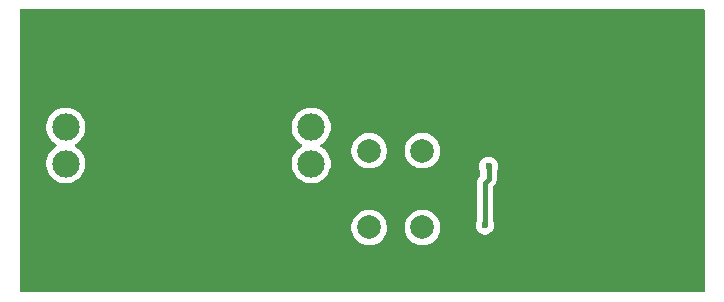
<source format=gbr>
%TF.GenerationSoftware,KiCad,Pcbnew,9.0.7*%
%TF.CreationDate,2026-01-25T21:44:06-05:00*%
%TF.ProjectId,advanced_soldering_practice,61647661-6e63-4656-945f-736f6c646572,rev?*%
%TF.SameCoordinates,Original*%
%TF.FileFunction,Copper,L2,Bot*%
%TF.FilePolarity,Positive*%
%FSLAX46Y46*%
G04 Gerber Fmt 4.6, Leading zero omitted, Abs format (unit mm)*
G04 Created by KiCad (PCBNEW 9.0.7) date 2026-01-25 21:44:06*
%MOMM*%
%LPD*%
G01*
G04 APERTURE LIST*
%TA.AperFunction,ComponentPad*%
%ADD10C,2.311400*%
%TD*%
%TA.AperFunction,ComponentPad*%
%ADD11C,2.000000*%
%TD*%
%TA.AperFunction,ViaPad*%
%ADD12C,0.600000*%
%TD*%
%TA.AperFunction,Conductor*%
%ADD13C,0.400000*%
%TD*%
G04 APERTURE END LIST*
D10*
%TO.P,BT1,1,+*%
%TO.N,VCC*%
X72400001Y-84500001D03*
X72400001Y-87600000D03*
X93200000Y-84500001D03*
X93200000Y-87600000D03*
%TD*%
D11*
%TO.P,SW1,1,A*%
%TO.N,VCC*%
X98100000Y-93000000D03*
X98100000Y-86500000D03*
%TO.P,SW1,2,B*%
%TO.N,Net-(D1-A)*%
X102600000Y-93000000D03*
X102600000Y-86500000D03*
%TD*%
D12*
%TO.N,GND*%
X107800000Y-85250000D03*
X105400000Y-85150000D03*
X104950000Y-91300000D03*
X118500000Y-88700000D03*
X123054983Y-77636913D03*
X100500000Y-83800000D03*
X120300000Y-91800000D03*
X116100000Y-77200000D03*
X90800000Y-93000000D03*
X109900000Y-91100000D03*
X105500000Y-96700000D03*
X97600000Y-96500000D03*
X97522765Y-82870225D03*
X70000000Y-96500000D03*
X108700000Y-93900000D03*
X70100000Y-87200000D03*
X70100000Y-76300000D03*
X114500000Y-90700000D03*
X90000000Y-77800000D03*
X114200000Y-83100000D03*
X73800000Y-91900000D03*
%TO.N,Net-(D2-A)*%
X108200000Y-87800000D03*
X107900000Y-92800000D03*
%TD*%
D13*
%TO.N,Net-(D2-A)*%
X108200000Y-88900000D02*
X108200000Y-87800000D01*
X107900000Y-92800000D02*
X107900000Y-89200000D01*
X107900000Y-89200000D02*
X108200000Y-88900000D01*
%TD*%
%TA.AperFunction,Conductor*%
%TO.N,GND*%
G36*
X126442539Y-74520185D02*
G01*
X126488294Y-74572989D01*
X126499500Y-74624500D01*
X126499500Y-98375500D01*
X126479815Y-98442539D01*
X126427011Y-98488294D01*
X126375500Y-98499500D01*
X68624500Y-98499500D01*
X68557461Y-98479815D01*
X68511706Y-98427011D01*
X68500500Y-98375500D01*
X68500500Y-92881902D01*
X96599500Y-92881902D01*
X96599500Y-93118097D01*
X96636446Y-93351368D01*
X96709433Y-93575996D01*
X96721919Y-93600500D01*
X96816657Y-93786433D01*
X96955483Y-93977510D01*
X97122490Y-94144517D01*
X97313567Y-94283343D01*
X97412991Y-94334002D01*
X97524003Y-94390566D01*
X97524005Y-94390566D01*
X97524008Y-94390568D01*
X97644412Y-94429689D01*
X97748631Y-94463553D01*
X97981903Y-94500500D01*
X97981908Y-94500500D01*
X98218097Y-94500500D01*
X98451368Y-94463553D01*
X98675992Y-94390568D01*
X98886433Y-94283343D01*
X99077510Y-94144517D01*
X99244517Y-93977510D01*
X99383343Y-93786433D01*
X99490568Y-93575992D01*
X99563553Y-93351368D01*
X99570059Y-93310289D01*
X99600500Y-93118097D01*
X99600500Y-92881902D01*
X101099500Y-92881902D01*
X101099500Y-93118097D01*
X101136446Y-93351368D01*
X101209433Y-93575996D01*
X101221919Y-93600500D01*
X101316657Y-93786433D01*
X101455483Y-93977510D01*
X101622490Y-94144517D01*
X101813567Y-94283343D01*
X101912991Y-94334002D01*
X102024003Y-94390566D01*
X102024005Y-94390566D01*
X102024008Y-94390568D01*
X102144412Y-94429689D01*
X102248631Y-94463553D01*
X102481903Y-94500500D01*
X102481908Y-94500500D01*
X102718097Y-94500500D01*
X102951368Y-94463553D01*
X103175992Y-94390568D01*
X103386433Y-94283343D01*
X103577510Y-94144517D01*
X103744517Y-93977510D01*
X103883343Y-93786433D01*
X103990568Y-93575992D01*
X104063553Y-93351368D01*
X104070059Y-93310289D01*
X104100500Y-93118097D01*
X104100500Y-92881902D01*
X104077148Y-92734464D01*
X104075040Y-92721153D01*
X107099500Y-92721153D01*
X107099500Y-92878846D01*
X107130261Y-93033489D01*
X107130264Y-93033501D01*
X107190602Y-93179172D01*
X107190609Y-93179185D01*
X107278210Y-93310288D01*
X107278213Y-93310292D01*
X107389707Y-93421786D01*
X107389711Y-93421789D01*
X107520814Y-93509390D01*
X107520827Y-93509397D01*
X107666498Y-93569735D01*
X107666503Y-93569737D01*
X107821153Y-93600499D01*
X107821156Y-93600500D01*
X107821158Y-93600500D01*
X107978844Y-93600500D01*
X107978845Y-93600499D01*
X108133497Y-93569737D01*
X108279179Y-93509394D01*
X108410289Y-93421789D01*
X108521789Y-93310289D01*
X108609394Y-93179179D01*
X108669737Y-93033497D01*
X108700500Y-92878842D01*
X108700500Y-92721158D01*
X108700500Y-92721155D01*
X108700499Y-92721153D01*
X108669737Y-92566503D01*
X108609939Y-92422136D01*
X108600500Y-92374684D01*
X108600500Y-89541519D01*
X108620185Y-89474480D01*
X108636814Y-89453842D01*
X108744114Y-89346543D01*
X108820775Y-89231811D01*
X108873580Y-89104328D01*
X108891049Y-89016508D01*
X108900500Y-88968996D01*
X108900500Y-88225316D01*
X108909939Y-88177864D01*
X108969735Y-88033501D01*
X108969737Y-88033497D01*
X109000500Y-87878842D01*
X109000500Y-87721158D01*
X109000500Y-87721155D01*
X109000499Y-87721153D01*
X108969738Y-87566510D01*
X108969737Y-87566503D01*
X108932876Y-87477511D01*
X108909397Y-87420827D01*
X108909390Y-87420814D01*
X108821789Y-87289711D01*
X108821786Y-87289707D01*
X108710292Y-87178213D01*
X108710288Y-87178210D01*
X108579185Y-87090609D01*
X108579172Y-87090602D01*
X108433501Y-87030264D01*
X108433489Y-87030261D01*
X108278845Y-86999500D01*
X108278842Y-86999500D01*
X108121158Y-86999500D01*
X108121155Y-86999500D01*
X107966510Y-87030261D01*
X107966498Y-87030264D01*
X107820827Y-87090602D01*
X107820814Y-87090609D01*
X107689711Y-87178210D01*
X107689707Y-87178213D01*
X107578213Y-87289707D01*
X107578210Y-87289711D01*
X107490609Y-87420814D01*
X107490602Y-87420827D01*
X107430264Y-87566498D01*
X107430261Y-87566510D01*
X107399500Y-87721153D01*
X107399500Y-87878846D01*
X107430261Y-88033489D01*
X107430264Y-88033501D01*
X107490061Y-88177864D01*
X107499500Y-88225316D01*
X107499500Y-88558480D01*
X107479815Y-88625519D01*
X107463181Y-88646161D01*
X107355890Y-88753451D01*
X107355887Y-88753454D01*
X107304070Y-88831006D01*
X107304069Y-88831007D01*
X107279229Y-88868180D01*
X107279221Y-88868195D01*
X107226421Y-88995667D01*
X107226418Y-88995677D01*
X107199500Y-89131004D01*
X107199500Y-92374684D01*
X107190061Y-92422136D01*
X107130264Y-92566498D01*
X107130261Y-92566510D01*
X107099500Y-92721153D01*
X104075040Y-92721153D01*
X104063553Y-92648631D01*
X103990566Y-92424003D01*
X103883342Y-92213566D01*
X103744517Y-92022490D01*
X103577510Y-91855483D01*
X103386433Y-91716657D01*
X103175996Y-91609433D01*
X102951368Y-91536446D01*
X102718097Y-91499500D01*
X102718092Y-91499500D01*
X102481908Y-91499500D01*
X102481903Y-91499500D01*
X102248631Y-91536446D01*
X102024003Y-91609433D01*
X101813566Y-91716657D01*
X101704550Y-91795862D01*
X101622490Y-91855483D01*
X101622488Y-91855485D01*
X101622487Y-91855485D01*
X101455485Y-92022487D01*
X101455485Y-92022488D01*
X101455483Y-92022490D01*
X101395862Y-92104550D01*
X101316657Y-92213566D01*
X101209433Y-92424003D01*
X101136446Y-92648631D01*
X101099500Y-92881902D01*
X99600500Y-92881902D01*
X99563553Y-92648631D01*
X99490566Y-92424003D01*
X99383342Y-92213566D01*
X99244517Y-92022490D01*
X99077510Y-91855483D01*
X98886433Y-91716657D01*
X98675996Y-91609433D01*
X98451368Y-91536446D01*
X98218097Y-91499500D01*
X98218092Y-91499500D01*
X97981908Y-91499500D01*
X97981903Y-91499500D01*
X97748631Y-91536446D01*
X97524003Y-91609433D01*
X97313566Y-91716657D01*
X97204550Y-91795862D01*
X97122490Y-91855483D01*
X97122488Y-91855485D01*
X97122487Y-91855485D01*
X96955485Y-92022487D01*
X96955485Y-92022488D01*
X96955483Y-92022490D01*
X96895862Y-92104550D01*
X96816657Y-92213566D01*
X96709433Y-92424003D01*
X96636446Y-92648631D01*
X96599500Y-92881902D01*
X68500500Y-92881902D01*
X68500500Y-84369649D01*
X70743801Y-84369649D01*
X70743801Y-84630352D01*
X70784581Y-84887823D01*
X70784582Y-84887829D01*
X70865141Y-85135761D01*
X70983492Y-85368039D01*
X71136723Y-85578943D01*
X71321059Y-85763279D01*
X71479237Y-85878202D01*
X71531964Y-85916511D01*
X71577113Y-85939515D01*
X71627909Y-85987489D01*
X71644705Y-86055310D01*
X71622168Y-86121445D01*
X71577115Y-86160484D01*
X71531965Y-86183489D01*
X71426511Y-86260106D01*
X71321059Y-86336722D01*
X71321057Y-86336724D01*
X71321056Y-86336724D01*
X71136725Y-86521055D01*
X71136725Y-86521056D01*
X71136723Y-86521058D01*
X71070915Y-86611633D01*
X70983492Y-86731961D01*
X70865143Y-86964235D01*
X70865142Y-86964237D01*
X70865141Y-86964240D01*
X70784582Y-87212172D01*
X70784581Y-87212175D01*
X70784581Y-87212177D01*
X70743801Y-87469648D01*
X70743801Y-87730351D01*
X70780737Y-87963553D01*
X70784582Y-87987828D01*
X70865141Y-88235760D01*
X70983492Y-88468038D01*
X71136723Y-88678942D01*
X71321059Y-88863278D01*
X71531963Y-89016509D01*
X71764241Y-89134860D01*
X72012173Y-89215419D01*
X72140914Y-89235809D01*
X72269650Y-89256200D01*
X72269655Y-89256200D01*
X72530352Y-89256200D01*
X72647384Y-89237663D01*
X72787829Y-89215419D01*
X73035761Y-89134860D01*
X73268039Y-89016509D01*
X73478943Y-88863278D01*
X73663279Y-88678942D01*
X73816510Y-88468038D01*
X73934861Y-88235760D01*
X74015420Y-87987828D01*
X74037664Y-87847383D01*
X74056201Y-87730351D01*
X74056201Y-87469648D01*
X74027700Y-87289707D01*
X74015420Y-87212172D01*
X73934861Y-86964240D01*
X73816510Y-86731962D01*
X73663279Y-86521058D01*
X73478943Y-86336722D01*
X73268039Y-86183491D01*
X73222887Y-86160485D01*
X73172091Y-86112510D01*
X73155296Y-86044689D01*
X73177833Y-85978554D01*
X73222886Y-85939516D01*
X73268039Y-85916510D01*
X73478943Y-85763279D01*
X73663279Y-85578943D01*
X73816510Y-85368039D01*
X73934861Y-85135761D01*
X74015420Y-84887829D01*
X74037664Y-84747384D01*
X74056201Y-84630352D01*
X74056201Y-84369649D01*
X91543800Y-84369649D01*
X91543800Y-84630352D01*
X91584580Y-84887823D01*
X91584581Y-84887829D01*
X91665140Y-85135761D01*
X91783491Y-85368039D01*
X91936722Y-85578943D01*
X92121058Y-85763279D01*
X92279236Y-85878202D01*
X92331963Y-85916511D01*
X92377112Y-85939515D01*
X92427908Y-85987489D01*
X92444704Y-86055310D01*
X92422167Y-86121445D01*
X92377114Y-86160484D01*
X92331964Y-86183489D01*
X92226510Y-86260106D01*
X92121058Y-86336722D01*
X92121056Y-86336724D01*
X92121055Y-86336724D01*
X91936724Y-86521055D01*
X91936724Y-86521056D01*
X91936722Y-86521058D01*
X91870914Y-86611633D01*
X91783491Y-86731961D01*
X91665142Y-86964235D01*
X91665141Y-86964237D01*
X91665140Y-86964240D01*
X91584581Y-87212172D01*
X91584580Y-87212175D01*
X91584580Y-87212177D01*
X91543800Y-87469648D01*
X91543800Y-87730351D01*
X91580736Y-87963553D01*
X91584581Y-87987828D01*
X91665140Y-88235760D01*
X91783491Y-88468038D01*
X91936722Y-88678942D01*
X92121058Y-88863278D01*
X92331962Y-89016509D01*
X92564240Y-89134860D01*
X92812172Y-89215419D01*
X92940913Y-89235809D01*
X93069649Y-89256200D01*
X93069654Y-89256200D01*
X93330351Y-89256200D01*
X93447383Y-89237663D01*
X93587828Y-89215419D01*
X93835760Y-89134860D01*
X94068038Y-89016509D01*
X94278942Y-88863278D01*
X94463278Y-88678942D01*
X94616509Y-88468038D01*
X94734860Y-88235760D01*
X94815419Y-87987828D01*
X94837663Y-87847383D01*
X94856200Y-87730351D01*
X94856200Y-87469648D01*
X94827699Y-87289707D01*
X94815419Y-87212172D01*
X94734860Y-86964240D01*
X94616509Y-86731962D01*
X94463278Y-86521058D01*
X94324122Y-86381902D01*
X96599500Y-86381902D01*
X96599500Y-86618097D01*
X96636446Y-86851368D01*
X96709433Y-87075996D01*
X96816657Y-87286433D01*
X96955483Y-87477510D01*
X97122490Y-87644517D01*
X97313567Y-87783343D01*
X97412991Y-87834002D01*
X97524003Y-87890566D01*
X97524005Y-87890566D01*
X97524008Y-87890568D01*
X97644412Y-87929689D01*
X97748631Y-87963553D01*
X97981903Y-88000500D01*
X97981908Y-88000500D01*
X98218097Y-88000500D01*
X98451368Y-87963553D01*
X98675992Y-87890568D01*
X98886433Y-87783343D01*
X99077510Y-87644517D01*
X99244517Y-87477510D01*
X99383343Y-87286433D01*
X99490568Y-87075992D01*
X99563553Y-86851368D01*
X99582465Y-86731961D01*
X99600500Y-86618097D01*
X99600500Y-86381902D01*
X101099500Y-86381902D01*
X101099500Y-86618097D01*
X101136446Y-86851368D01*
X101209433Y-87075996D01*
X101316657Y-87286433D01*
X101455483Y-87477510D01*
X101622490Y-87644517D01*
X101813567Y-87783343D01*
X101912991Y-87834002D01*
X102024003Y-87890566D01*
X102024005Y-87890566D01*
X102024008Y-87890568D01*
X102144412Y-87929689D01*
X102248631Y-87963553D01*
X102481903Y-88000500D01*
X102481908Y-88000500D01*
X102718097Y-88000500D01*
X102951368Y-87963553D01*
X103175992Y-87890568D01*
X103386433Y-87783343D01*
X103577510Y-87644517D01*
X103744517Y-87477510D01*
X103883343Y-87286433D01*
X103990568Y-87075992D01*
X104063553Y-86851368D01*
X104082465Y-86731961D01*
X104100500Y-86618097D01*
X104100500Y-86381902D01*
X104063553Y-86148631D01*
X104008291Y-85978554D01*
X103990568Y-85924008D01*
X103990566Y-85924005D01*
X103990566Y-85924003D01*
X103934002Y-85812991D01*
X103883343Y-85713567D01*
X103744517Y-85522490D01*
X103577510Y-85355483D01*
X103386433Y-85216657D01*
X103175996Y-85109433D01*
X102951368Y-85036446D01*
X102718097Y-84999500D01*
X102718092Y-84999500D01*
X102481908Y-84999500D01*
X102481903Y-84999500D01*
X102248631Y-85036446D01*
X102024003Y-85109433D01*
X101813566Y-85216657D01*
X101704550Y-85295862D01*
X101622490Y-85355483D01*
X101622488Y-85355485D01*
X101622487Y-85355485D01*
X101455485Y-85522487D01*
X101455485Y-85522488D01*
X101455483Y-85522490D01*
X101414467Y-85578944D01*
X101316657Y-85713566D01*
X101209433Y-85924003D01*
X101136446Y-86148631D01*
X101099500Y-86381902D01*
X99600500Y-86381902D01*
X99563553Y-86148631D01*
X99508291Y-85978554D01*
X99490568Y-85924008D01*
X99490566Y-85924005D01*
X99490566Y-85924003D01*
X99434002Y-85812991D01*
X99383343Y-85713567D01*
X99244517Y-85522490D01*
X99077510Y-85355483D01*
X98886433Y-85216657D01*
X98675996Y-85109433D01*
X98451368Y-85036446D01*
X98218097Y-84999500D01*
X98218092Y-84999500D01*
X97981908Y-84999500D01*
X97981903Y-84999500D01*
X97748631Y-85036446D01*
X97524003Y-85109433D01*
X97313566Y-85216657D01*
X97204550Y-85295862D01*
X97122490Y-85355483D01*
X97122488Y-85355485D01*
X97122487Y-85355485D01*
X96955485Y-85522487D01*
X96955485Y-85522488D01*
X96955483Y-85522490D01*
X96914467Y-85578944D01*
X96816657Y-85713566D01*
X96709433Y-85924003D01*
X96636446Y-86148631D01*
X96599500Y-86381902D01*
X94324122Y-86381902D01*
X94278942Y-86336722D01*
X94068038Y-86183491D01*
X94022886Y-86160485D01*
X93972090Y-86112510D01*
X93955295Y-86044689D01*
X93977832Y-85978554D01*
X94022885Y-85939516D01*
X94068038Y-85916510D01*
X94278942Y-85763279D01*
X94463278Y-85578943D01*
X94616509Y-85368039D01*
X94734860Y-85135761D01*
X94815419Y-84887829D01*
X94837663Y-84747384D01*
X94856200Y-84630352D01*
X94856200Y-84369649D01*
X94833955Y-84229210D01*
X94815419Y-84112173D01*
X94734860Y-83864241D01*
X94616509Y-83631963D01*
X94463278Y-83421059D01*
X94278942Y-83236723D01*
X94068038Y-83083492D01*
X93835760Y-82965141D01*
X93587828Y-82884582D01*
X93587822Y-82884581D01*
X93330351Y-82843801D01*
X93330346Y-82843801D01*
X93069654Y-82843801D01*
X93069649Y-82843801D01*
X92812177Y-82884581D01*
X92812175Y-82884581D01*
X92812172Y-82884582D01*
X92564240Y-82965141D01*
X92564237Y-82965142D01*
X92564235Y-82965143D01*
X92331961Y-83083492D01*
X92211633Y-83170915D01*
X92121058Y-83236723D01*
X92121056Y-83236725D01*
X92121055Y-83236725D01*
X91936724Y-83421056D01*
X91936724Y-83421057D01*
X91936722Y-83421059D01*
X91870914Y-83511634D01*
X91783491Y-83631962D01*
X91665142Y-83864236D01*
X91665141Y-83864238D01*
X91665140Y-83864241D01*
X91584581Y-84112173D01*
X91584580Y-84112176D01*
X91584580Y-84112178D01*
X91543800Y-84369649D01*
X74056201Y-84369649D01*
X74033956Y-84229210D01*
X74015420Y-84112173D01*
X73934861Y-83864241D01*
X73816510Y-83631963D01*
X73663279Y-83421059D01*
X73478943Y-83236723D01*
X73268039Y-83083492D01*
X73035761Y-82965141D01*
X72787829Y-82884582D01*
X72787823Y-82884581D01*
X72530352Y-82843801D01*
X72530347Y-82843801D01*
X72269655Y-82843801D01*
X72269650Y-82843801D01*
X72012178Y-82884581D01*
X72012176Y-82884581D01*
X72012173Y-82884582D01*
X71764241Y-82965141D01*
X71764238Y-82965142D01*
X71764236Y-82965143D01*
X71531962Y-83083492D01*
X71411634Y-83170915D01*
X71321059Y-83236723D01*
X71321057Y-83236725D01*
X71321056Y-83236725D01*
X71136725Y-83421056D01*
X71136725Y-83421057D01*
X71136723Y-83421059D01*
X71070915Y-83511634D01*
X70983492Y-83631962D01*
X70865143Y-83864236D01*
X70865142Y-83864238D01*
X70865141Y-83864241D01*
X70784582Y-84112173D01*
X70784581Y-84112176D01*
X70784581Y-84112178D01*
X70743801Y-84369649D01*
X68500500Y-84369649D01*
X68500500Y-74624500D01*
X68520185Y-74557461D01*
X68572989Y-74511706D01*
X68624500Y-74500500D01*
X126375500Y-74500500D01*
X126442539Y-74520185D01*
G37*
%TD.AperFunction*%
%TD*%
M02*

</source>
